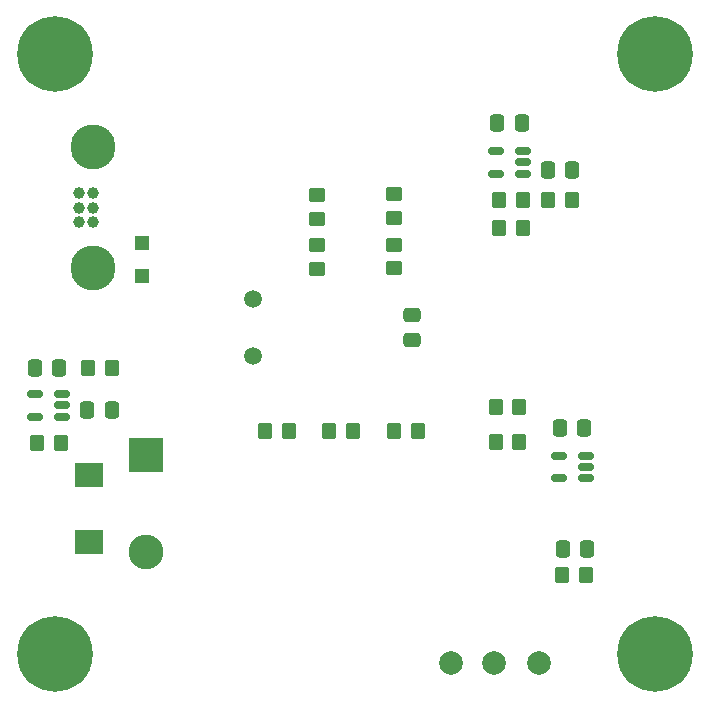
<source format=gbs>
%TF.GenerationSoftware,KiCad,Pcbnew,8.0.9*%
%TF.CreationDate,2025-05-16T12:58:43-04:00*%
%TF.ProjectId,rocket_power_board,726f636b-6574-45f7-906f-7765725f626f,rev?*%
%TF.SameCoordinates,Original*%
%TF.FileFunction,Soldermask,Bot*%
%TF.FilePolarity,Negative*%
%FSLAX46Y46*%
G04 Gerber Fmt 4.6, Leading zero omitted, Abs format (unit mm)*
G04 Created by KiCad (PCBNEW 8.0.9) date 2025-05-16 12:58:43*
%MOMM*%
%LPD*%
G01*
G04 APERTURE LIST*
G04 Aperture macros list*
%AMRoundRect*
0 Rectangle with rounded corners*
0 $1 Rounding radius*
0 $2 $3 $4 $5 $6 $7 $8 $9 X,Y pos of 4 corners*
0 Add a 4 corners polygon primitive as box body*
4,1,4,$2,$3,$4,$5,$6,$7,$8,$9,$2,$3,0*
0 Add four circle primitives for the rounded corners*
1,1,$1+$1,$2,$3*
1,1,$1+$1,$4,$5*
1,1,$1+$1,$6,$7*
1,1,$1+$1,$8,$9*
0 Add four rect primitives between the rounded corners*
20,1,$1+$1,$2,$3,$4,$5,0*
20,1,$1+$1,$4,$5,$6,$7,0*
20,1,$1+$1,$6,$7,$8,$9,0*
20,1,$1+$1,$8,$9,$2,$3,0*%
G04 Aperture macros list end*
%ADD10C,2.000000*%
%ADD11C,6.400000*%
%ADD12C,3.800000*%
%ADD13C,1.000000*%
%ADD14RoundRect,0.102000X-1.371600X1.371600X-1.371600X-1.371600X1.371600X-1.371600X1.371600X1.371600X0*%
%ADD15C,2.947200*%
%ADD16C,1.500000*%
%ADD17RoundRect,0.250000X-0.350000X-0.450000X0.350000X-0.450000X0.350000X0.450000X-0.350000X0.450000X0*%
%ADD18RoundRect,0.250000X0.350000X0.450000X-0.350000X0.450000X-0.350000X-0.450000X0.350000X-0.450000X0*%
%ADD19RoundRect,0.250000X-0.337500X-0.475000X0.337500X-0.475000X0.337500X0.475000X-0.337500X0.475000X0*%
%ADD20RoundRect,0.250000X0.337500X0.475000X-0.337500X0.475000X-0.337500X-0.475000X0.337500X-0.475000X0*%
%ADD21RoundRect,0.250000X-0.475000X0.337500X-0.475000X-0.337500X0.475000X-0.337500X0.475000X0.337500X0*%
%ADD22RoundRect,0.150000X0.512500X0.150000X-0.512500X0.150000X-0.512500X-0.150000X0.512500X-0.150000X0*%
%ADD23RoundRect,0.250000X-0.450000X0.350000X-0.450000X-0.350000X0.450000X-0.350000X0.450000X0.350000X0*%
%ADD24RoundRect,0.250000X0.450000X-0.350000X0.450000X0.350000X-0.450000X0.350000X-0.450000X-0.350000X0*%
%ADD25R,2.489200X2.159000*%
%ADD26R,1.200000X1.200000*%
G04 APERTURE END LIST*
D10*
%TO.C,5V*%
X229870000Y-135382000D03*
%TD*%
D11*
%TO.C,H3*%
X196342000Y-134620000D03*
%TD*%
D10*
%TO.C,12V*%
X237363000Y-135382000D03*
%TD*%
D12*
%TO.C,J2*%
X199624000Y-91644000D03*
X199624000Y-101944000D03*
D13*
X199624000Y-98044000D03*
X199624000Y-96794000D03*
X199624000Y-95544000D03*
X198374000Y-98044000D03*
X198374000Y-96794000D03*
X198374000Y-95544000D03*
%TD*%
D10*
%TO.C,5V_O*%
X233553000Y-135382000D03*
%TD*%
D11*
%TO.C,H2*%
X247142000Y-83820000D03*
%TD*%
D14*
%TO.C,J3*%
X204078500Y-117729000D03*
D15*
X204078500Y-125984000D03*
%TD*%
D16*
%TO.C,Y1*%
X213106000Y-109384000D03*
X213106000Y-104504000D03*
%TD*%
D11*
%TO.C,H1*%
X196342000Y-83820000D03*
%TD*%
%TO.C,H4*%
X247142000Y-134620000D03*
%TD*%
D17*
%TO.C,R32*%
X233955500Y-96139000D03*
X235955500Y-96139000D03*
%TD*%
D18*
%TO.C,R19*%
X235674500Y-113697000D03*
X233674500Y-113697000D03*
%TD*%
D19*
%TO.C,C15*%
X239119500Y-115443000D03*
X241194500Y-115443000D03*
%TD*%
D20*
%TO.C,C16*%
X201189500Y-113919000D03*
X199114500Y-113919000D03*
%TD*%
D21*
%TO.C,C3*%
X226568000Y-105896500D03*
X226568000Y-107971500D03*
%TD*%
D18*
%TO.C,R23*%
X201152000Y-110363000D03*
X199152000Y-110363000D03*
%TD*%
D20*
%TO.C,C24*%
X240178500Y-93599000D03*
X238103500Y-93599000D03*
%TD*%
D22*
%TO.C,U8*%
X235960500Y-92014000D03*
X235960500Y-92964000D03*
X235960500Y-93914000D03*
X233685500Y-93914000D03*
X233685500Y-92014000D03*
%TD*%
%TO.C,U5*%
X196967000Y-112588000D03*
X196967000Y-113538000D03*
X196967000Y-114488000D03*
X194692000Y-114488000D03*
X194692000Y-112588000D03*
%TD*%
D17*
%TO.C,R9*%
X219599000Y-115697000D03*
X221599000Y-115697000D03*
%TD*%
D23*
%TO.C,R6*%
X218567000Y-95731500D03*
X218567000Y-97731500D03*
%TD*%
D19*
%TO.C,C14*%
X194669500Y-110363000D03*
X196744500Y-110363000D03*
%TD*%
D23*
%TO.C,R3*%
X225044000Y-95663000D03*
X225044000Y-97663000D03*
%TD*%
D24*
%TO.C,R7*%
X218567000Y-101965000D03*
X218567000Y-99965000D03*
%TD*%
D25*
%TO.C,C25*%
X199263000Y-119443500D03*
X199263000Y-125082300D03*
%TD*%
D17*
%TO.C,R10*%
X225060000Y-115697000D03*
X227060000Y-115697000D03*
%TD*%
%TO.C,R11*%
X194834000Y-116713000D03*
X196834000Y-116713000D03*
%TD*%
D18*
%TO.C,R24*%
X241284000Y-127889000D03*
X239284000Y-127889000D03*
%TD*%
D24*
%TO.C,R4*%
X225044000Y-101927500D03*
X225044000Y-99927500D03*
%TD*%
D17*
%TO.C,R31*%
X233955500Y-98552000D03*
X235955500Y-98552000D03*
%TD*%
D18*
%TO.C,R20*%
X235674500Y-116647000D03*
X233674500Y-116647000D03*
%TD*%
D26*
%TO.C,D5*%
X203708000Y-102619000D03*
X203708000Y-99819000D03*
%TD*%
D19*
%TO.C,C22*%
X233791000Y-89662000D03*
X235866000Y-89662000D03*
%TD*%
D18*
%TO.C,R35*%
X240146500Y-96139000D03*
X238146500Y-96139000D03*
%TD*%
D20*
%TO.C,C17*%
X241448500Y-125730000D03*
X239373500Y-125730000D03*
%TD*%
D22*
%TO.C,U6*%
X241294500Y-117795000D03*
X241294500Y-118745000D03*
X241294500Y-119695000D03*
X239019500Y-119695000D03*
X239019500Y-117795000D03*
%TD*%
D17*
%TO.C,R8*%
X214138000Y-115697000D03*
X216138000Y-115697000D03*
%TD*%
M02*

</source>
